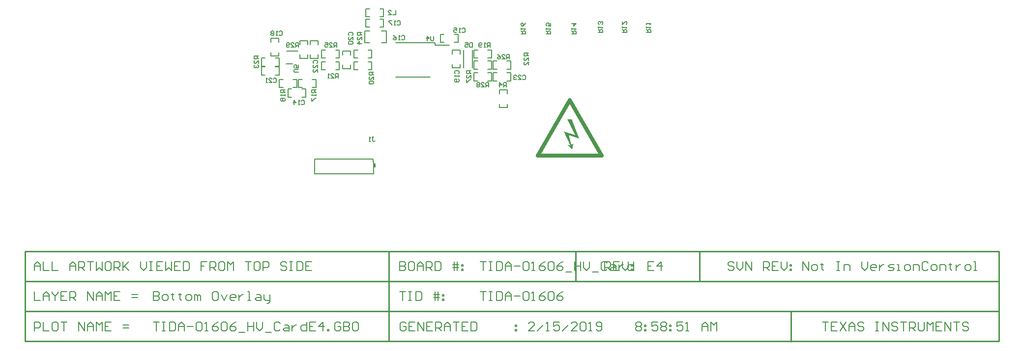
<source format=gbo>
G04*
G04 #@! TF.GenerationSoftware,Altium Limited,Altium Designer,18.1.9 (240)*
G04*
G04 Layer_Color=9218505*
%FSAX25Y25*%
%MOIN*%
G70*
G01*
G75*
%ADD10C,0.00800*%
%ADD11C,0.00787*%
%ADD15C,0.00700*%
%ADD21C,0.01000*%
%ADD78C,0.02500*%
%ADD79C,0.00669*%
%ADD80R,0.01654X0.02953*%
G36*
X0410500Y0190500D02*
X0407500D01*
X0413100Y0179900D01*
X0405400Y0182200D01*
X0409600Y0172900D01*
X0407900Y0173200D01*
X0410900Y0169800D01*
X0411500Y0173900D01*
X0410300Y0173100D01*
X0408500Y0179800D01*
X0415800Y0177400D01*
X0410500Y0190500D01*
D02*
G37*
G54D10*
X0126900Y0073549D02*
Y0067551D01*
X0129899D01*
X0130899Y0068550D01*
Y0069550D01*
X0129899Y0070550D01*
X0126900D01*
X0129899D01*
X0130899Y0071549D01*
Y0072549D01*
X0129899Y0073549D01*
X0126900D01*
X0133898Y0067551D02*
X0135897D01*
X0136897Y0068550D01*
Y0070550D01*
X0135897Y0071549D01*
X0133898D01*
X0132898Y0070550D01*
Y0068550D01*
X0133898Y0067551D01*
X0139896Y0072549D02*
Y0071549D01*
X0138896D01*
X0140895D01*
X0139896D01*
Y0068550D01*
X0140895Y0067551D01*
X0144894Y0072549D02*
Y0071549D01*
X0143895D01*
X0145894D01*
X0144894D01*
Y0068550D01*
X0145894Y0067551D01*
X0149893D02*
X0151892D01*
X0152892Y0068550D01*
Y0070550D01*
X0151892Y0071549D01*
X0149893D01*
X0148893Y0070550D01*
Y0068550D01*
X0149893Y0067551D01*
X0154891D02*
Y0071549D01*
X0155891D01*
X0156890Y0070550D01*
Y0067551D01*
Y0070550D01*
X0157890Y0071549D01*
X0158890Y0070550D01*
Y0067551D01*
X0169886Y0073549D02*
X0167887D01*
X0166887Y0072549D01*
Y0068550D01*
X0167887Y0067551D01*
X0169886D01*
X0170886Y0068550D01*
Y0072549D01*
X0169886Y0073549D01*
X0172885Y0071549D02*
X0174884Y0067551D01*
X0176884Y0071549D01*
X0181882Y0067551D02*
X0179883D01*
X0178883Y0068550D01*
Y0070550D01*
X0179883Y0071549D01*
X0181882D01*
X0182882Y0070550D01*
Y0069550D01*
X0178883D01*
X0184881Y0071549D02*
Y0067551D01*
Y0069550D01*
X0185881Y0070550D01*
X0186881Y0071549D01*
X0187880D01*
X0190879Y0067551D02*
X0192879D01*
X0191879D01*
Y0073549D01*
X0190879D01*
X0196877Y0071549D02*
X0198877D01*
X0199876Y0070550D01*
Y0067551D01*
X0196877D01*
X0195878Y0068550D01*
X0196877Y0069550D01*
X0199876D01*
X0201876Y0071549D02*
Y0068550D01*
X0202875Y0067551D01*
X0205874D01*
Y0066551D01*
X0204875Y0065551D01*
X0203875D01*
X0205874Y0067551D02*
Y0071549D01*
X0348550Y0073498D02*
X0352549D01*
X0350549D01*
Y0067500D01*
X0354548Y0073498D02*
X0356547D01*
X0355548D01*
Y0067500D01*
X0354548D01*
X0356547D01*
X0359546Y0073498D02*
Y0067500D01*
X0362545D01*
X0363545Y0068500D01*
Y0072498D01*
X0362545Y0073498D01*
X0359546D01*
X0365545Y0067500D02*
Y0071499D01*
X0367544Y0073498D01*
X0369543Y0071499D01*
Y0067500D01*
Y0070499D01*
X0365545D01*
X0371543D02*
X0375541D01*
X0377541Y0072498D02*
X0378540Y0073498D01*
X0380540D01*
X0381539Y0072498D01*
Y0068500D01*
X0380540Y0067500D01*
X0378540D01*
X0377541Y0068500D01*
Y0072498D01*
X0383539Y0067500D02*
X0385538D01*
X0384538D01*
Y0073498D01*
X0383539Y0072498D01*
X0392536Y0073498D02*
X0390536Y0072498D01*
X0388537Y0070499D01*
Y0068500D01*
X0389537Y0067500D01*
X0391536D01*
X0392536Y0068500D01*
Y0069499D01*
X0391536Y0070499D01*
X0388537D01*
X0394535Y0072498D02*
X0395535Y0073498D01*
X0397534D01*
X0398534Y0072498D01*
Y0068500D01*
X0397534Y0067500D01*
X0395535D01*
X0394535Y0068500D01*
Y0072498D01*
X0404532Y0073498D02*
X0402532Y0072498D01*
X0400533Y0070499D01*
Y0068500D01*
X0401533Y0067500D01*
X0403532D01*
X0404532Y0068500D01*
Y0069499D01*
X0403532Y0070499D01*
X0400533D01*
X0294000Y0073498D02*
X0297999D01*
X0295999D01*
Y0067500D01*
X0299998Y0073498D02*
X0301997D01*
X0300998D01*
Y0067500D01*
X0299998D01*
X0301997D01*
X0304996Y0073498D02*
Y0067500D01*
X0307996D01*
X0308995Y0068500D01*
Y0072498D01*
X0307996Y0073498D01*
X0304996D01*
X0317992Y0067500D02*
Y0073498D01*
X0319992D02*
Y0067500D01*
X0316993Y0071499D02*
X0319992D01*
X0320991D01*
X0316993Y0069499D02*
X0320991D01*
X0322991Y0071499D02*
X0323990D01*
Y0070499D01*
X0322991D01*
Y0071499D01*
Y0068500D02*
X0323990D01*
Y0067500D01*
X0322991D01*
Y0068500D01*
X0580500Y0052965D02*
X0584499D01*
X0582499D01*
Y0046966D01*
X0590497Y0052965D02*
X0586498D01*
Y0046966D01*
X0590497D01*
X0586498Y0049966D02*
X0588497D01*
X0592496Y0052965D02*
X0596495Y0046966D01*
Y0052965D02*
X0592496Y0046966D01*
X0598494D02*
Y0050965D01*
X0600493Y0052965D01*
X0602493Y0050965D01*
Y0046966D01*
Y0049966D01*
X0598494D01*
X0608491Y0051965D02*
X0607491Y0052965D01*
X0605492D01*
X0604492Y0051965D01*
Y0050965D01*
X0605492Y0049966D01*
X0607491D01*
X0608491Y0048966D01*
Y0047966D01*
X0607491Y0046966D01*
X0605492D01*
X0604492Y0047966D01*
X0616488Y0052965D02*
X0618488D01*
X0617488D01*
Y0046966D01*
X0616488D01*
X0618488D01*
X0621487D02*
Y0052965D01*
X0625486Y0046966D01*
Y0052965D01*
X0631484Y0051965D02*
X0630484Y0052965D01*
X0628484D01*
X0627485Y0051965D01*
Y0050965D01*
X0628484Y0049966D01*
X0630484D01*
X0631484Y0048966D01*
Y0047966D01*
X0630484Y0046966D01*
X0628484D01*
X0627485Y0047966D01*
X0633483Y0052965D02*
X0637482D01*
X0635482D01*
Y0046966D01*
X0639481D02*
Y0052965D01*
X0642480D01*
X0643480Y0051965D01*
Y0049966D01*
X0642480Y0048966D01*
X0639481D01*
X0641480D02*
X0643480Y0046966D01*
X0645479Y0052965D02*
Y0047966D01*
X0646479Y0046966D01*
X0648478D01*
X0649478Y0047966D01*
Y0052965D01*
X0651477Y0046966D02*
Y0052965D01*
X0653476Y0050965D01*
X0655476Y0052965D01*
Y0046966D01*
X0661474Y0052965D02*
X0657475D01*
Y0046966D01*
X0661474D01*
X0657475Y0049966D02*
X0659474D01*
X0663473Y0046966D02*
Y0052965D01*
X0667472Y0046966D01*
Y0052965D01*
X0669471D02*
X0673470D01*
X0671471D01*
Y0046966D01*
X0679468Y0051965D02*
X0678468Y0052965D01*
X0676469D01*
X0675469Y0051965D01*
Y0050965D01*
X0676469Y0049966D01*
X0678468D01*
X0679468Y0048966D01*
Y0047966D01*
X0678468Y0046966D01*
X0676469D01*
X0675469Y0047966D01*
X0454050Y0051965D02*
X0455050Y0052965D01*
X0457049D01*
X0458049Y0051965D01*
Y0050965D01*
X0457049Y0049966D01*
X0458049Y0048966D01*
Y0047966D01*
X0457049Y0046966D01*
X0455050D01*
X0454050Y0047966D01*
Y0048966D01*
X0455050Y0049966D01*
X0454050Y0050965D01*
Y0051965D01*
X0455050Y0049966D02*
X0457049D01*
X0460048Y0050965D02*
X0461048D01*
Y0049966D01*
X0460048D01*
Y0050965D01*
Y0047966D02*
X0461048D01*
Y0046966D01*
X0460048D01*
Y0047966D01*
X0469045Y0052965D02*
X0465046D01*
Y0049966D01*
X0467046Y0050965D01*
X0468046D01*
X0469045Y0049966D01*
Y0047966D01*
X0468046Y0046966D01*
X0466046D01*
X0465046Y0047966D01*
X0471044Y0051965D02*
X0472044Y0052965D01*
X0474044D01*
X0475043Y0051965D01*
Y0050965D01*
X0474044Y0049966D01*
X0475043Y0048966D01*
Y0047966D01*
X0474044Y0046966D01*
X0472044D01*
X0471044Y0047966D01*
Y0048966D01*
X0472044Y0049966D01*
X0471044Y0050965D01*
Y0051965D01*
X0472044Y0049966D02*
X0474044D01*
X0477043Y0050965D02*
X0478042D01*
Y0049966D01*
X0477043D01*
Y0050965D01*
Y0047966D02*
X0478042D01*
Y0046966D01*
X0477043D01*
Y0047966D01*
X0486040Y0052965D02*
X0482041D01*
Y0049966D01*
X0484040Y0050965D01*
X0485040D01*
X0486040Y0049966D01*
Y0047966D01*
X0485040Y0046966D01*
X0483041D01*
X0482041Y0047966D01*
X0488039Y0046966D02*
X0490038D01*
X0489039D01*
Y0052965D01*
X0488039Y0051965D01*
X0499035Y0046966D02*
Y0050965D01*
X0501035Y0052965D01*
X0503034Y0050965D01*
Y0046966D01*
Y0049966D01*
X0499035D01*
X0505033Y0046966D02*
Y0052965D01*
X0507033Y0050965D01*
X0509032Y0052965D01*
Y0046966D01*
X0046350D02*
Y0052965D01*
X0049349D01*
X0050349Y0051965D01*
Y0049966D01*
X0049349Y0048966D01*
X0046350D01*
X0052348Y0052965D02*
Y0046966D01*
X0056347D01*
X0061345Y0052965D02*
X0059346D01*
X0058346Y0051965D01*
Y0047966D01*
X0059346Y0046966D01*
X0061345D01*
X0062345Y0047966D01*
Y0051965D01*
X0061345Y0052965D01*
X0064344D02*
X0068343D01*
X0066343D01*
Y0046966D01*
X0076340D02*
Y0052965D01*
X0080339Y0046966D01*
Y0052965D01*
X0082338Y0046966D02*
Y0050965D01*
X0084338Y0052965D01*
X0086337Y0050965D01*
Y0046966D01*
Y0049966D01*
X0082338D01*
X0088336Y0046966D02*
Y0052965D01*
X0090336Y0050965D01*
X0092335Y0052965D01*
Y0046966D01*
X0098333Y0052965D02*
X0094335D01*
Y0046966D01*
X0098333D01*
X0094335Y0049966D02*
X0096334D01*
X0106331Y0048966D02*
X0110329D01*
X0106331Y0050965D02*
X0110329D01*
X0046350Y0073549D02*
Y0067551D01*
X0050349D01*
X0052348D02*
Y0071549D01*
X0054347Y0073549D01*
X0056347Y0071549D01*
Y0067551D01*
Y0070550D01*
X0052348D01*
X0058346Y0073549D02*
Y0072549D01*
X0060346Y0070550D01*
X0062345Y0072549D01*
Y0073549D01*
X0060346Y0070550D02*
Y0067551D01*
X0068343Y0073549D02*
X0064344D01*
Y0067551D01*
X0068343D01*
X0064344Y0070550D02*
X0066343D01*
X0070342Y0067551D02*
Y0073549D01*
X0073341D01*
X0074341Y0072549D01*
Y0070550D01*
X0073341Y0069550D01*
X0070342D01*
X0072342D02*
X0074341Y0067551D01*
X0082338D02*
Y0073549D01*
X0086337Y0067551D01*
Y0073549D01*
X0088336Y0067551D02*
Y0071549D01*
X0090336Y0073549D01*
X0092335Y0071549D01*
Y0067551D01*
Y0070550D01*
X0088336D01*
X0094335Y0067551D02*
Y0073549D01*
X0096334Y0071549D01*
X0098333Y0073549D01*
Y0067551D01*
X0104331Y0073549D02*
X0100332D01*
Y0067551D01*
X0104331D01*
X0100332Y0070550D02*
X0102332D01*
X0112329Y0069550D02*
X0116327D01*
X0112329Y0071549D02*
X0116327D01*
X0294000Y0093831D02*
Y0087833D01*
X0296999D01*
X0297999Y0088833D01*
Y0089833D01*
X0296999Y0090832D01*
X0294000D01*
X0296999D01*
X0297999Y0091832D01*
Y0092832D01*
X0296999Y0093831D01*
X0294000D01*
X0302997D02*
X0300998D01*
X0299998Y0092832D01*
Y0088833D01*
X0300998Y0087833D01*
X0302997D01*
X0303997Y0088833D01*
Y0092832D01*
X0302997Y0093831D01*
X0305996Y0087833D02*
Y0091832D01*
X0307996Y0093831D01*
X0309995Y0091832D01*
Y0087833D01*
Y0090832D01*
X0305996D01*
X0311994Y0087833D02*
Y0093831D01*
X0314993D01*
X0315993Y0092832D01*
Y0090832D01*
X0314993Y0089833D01*
X0311994D01*
X0313994D02*
X0315993Y0087833D01*
X0317992Y0093831D02*
Y0087833D01*
X0320991D01*
X0321991Y0088833D01*
Y0092832D01*
X0320991Y0093831D01*
X0317992D01*
X0330988Y0087833D02*
Y0093831D01*
X0332987D02*
Y0087833D01*
X0329988Y0091832D02*
X0332987D01*
X0333987D01*
X0329988Y0089833D02*
X0333987D01*
X0335986Y0091832D02*
X0336986D01*
Y0090832D01*
X0335986D01*
Y0091832D01*
Y0088833D02*
X0336986D01*
Y0087833D01*
X0335986D01*
Y0088833D01*
X0348550Y0093831D02*
X0352549D01*
X0350549D01*
Y0087833D01*
X0354548Y0093831D02*
X0356547D01*
X0355548D01*
Y0087833D01*
X0354548D01*
X0356547D01*
X0359546Y0093831D02*
Y0087833D01*
X0362545D01*
X0363545Y0088833D01*
Y0092832D01*
X0362545Y0093831D01*
X0359546D01*
X0365545Y0087833D02*
Y0091832D01*
X0367544Y0093831D01*
X0369543Y0091832D01*
Y0087833D01*
Y0090832D01*
X0365545D01*
X0371543D02*
X0375541D01*
X0377541Y0092832D02*
X0378540Y0093831D01*
X0380540D01*
X0381539Y0092832D01*
Y0088833D01*
X0380540Y0087833D01*
X0378540D01*
X0377541Y0088833D01*
Y0092832D01*
X0383539Y0087833D02*
X0385538D01*
X0384538D01*
Y0093831D01*
X0383539Y0092832D01*
X0392536Y0093831D02*
X0390536Y0092832D01*
X0388537Y0090832D01*
Y0088833D01*
X0389537Y0087833D01*
X0391536D01*
X0392536Y0088833D01*
Y0089833D01*
X0391536Y0090832D01*
X0388537D01*
X0394535Y0092832D02*
X0395535Y0093831D01*
X0397534D01*
X0398534Y0092832D01*
Y0088833D01*
X0397534Y0087833D01*
X0395535D01*
X0394535Y0088833D01*
Y0092832D01*
X0404532Y0093831D02*
X0402532Y0092832D01*
X0400533Y0090832D01*
Y0088833D01*
X0401533Y0087833D01*
X0403532D01*
X0404532Y0088833D01*
Y0089833D01*
X0403532Y0090832D01*
X0400533D01*
X0406531Y0086834D02*
X0410530D01*
X0412529Y0093831D02*
Y0087833D01*
Y0090832D01*
X0416528D01*
Y0093831D01*
Y0087833D01*
X0418527Y0093831D02*
Y0089833D01*
X0420527Y0087833D01*
X0422526Y0089833D01*
Y0093831D01*
X0424525Y0086834D02*
X0428524D01*
X0434522Y0092832D02*
X0433523Y0093831D01*
X0431523D01*
X0430523Y0092832D01*
Y0088833D01*
X0431523Y0087833D01*
X0433523D01*
X0434522Y0088833D01*
X0437521Y0091832D02*
X0439521D01*
X0440520Y0090832D01*
Y0087833D01*
X0437521D01*
X0436521Y0088833D01*
X0437521Y0089833D01*
X0440520D01*
X0442520Y0091832D02*
Y0087833D01*
Y0089833D01*
X0443519Y0090832D01*
X0444519Y0091832D01*
X0445519D01*
X0452516Y0093831D02*
Y0087833D01*
X0449517D01*
X0448518Y0088833D01*
Y0090832D01*
X0449517Y0091832D01*
X0452516D01*
X0466149Y0093831D02*
X0462150D01*
Y0087833D01*
X0466149D01*
X0462150Y0090832D02*
X0464149D01*
X0471147Y0087833D02*
Y0093831D01*
X0468148Y0090832D01*
X0472147D01*
X0046350Y0087833D02*
Y0091832D01*
X0048349Y0093831D01*
X0050349Y0091832D01*
Y0087833D01*
Y0090832D01*
X0046350D01*
X0052348Y0093831D02*
Y0087833D01*
X0056347D01*
X0058346Y0093831D02*
Y0087833D01*
X0062345D01*
X0070342D02*
Y0091832D01*
X0072342Y0093831D01*
X0074341Y0091832D01*
Y0087833D01*
Y0090832D01*
X0070342D01*
X0076340Y0087833D02*
Y0093831D01*
X0079339D01*
X0080339Y0092832D01*
Y0090832D01*
X0079339Y0089833D01*
X0076340D01*
X0078340D02*
X0080339Y0087833D01*
X0082338Y0093831D02*
X0086337D01*
X0084338D01*
Y0087833D01*
X0088336Y0093831D02*
Y0087833D01*
X0090336Y0089833D01*
X0092335Y0087833D01*
Y0093831D01*
X0097334D02*
X0095334D01*
X0094335Y0092832D01*
Y0088833D01*
X0095334Y0087833D01*
X0097334D01*
X0098333Y0088833D01*
Y0092832D01*
X0097334Y0093831D01*
X0100332Y0087833D02*
Y0093831D01*
X0103332D01*
X0104331Y0092832D01*
Y0090832D01*
X0103332Y0089833D01*
X0100332D01*
X0102332D02*
X0104331Y0087833D01*
X0106331Y0093831D02*
Y0087833D01*
Y0089833D01*
X0110329Y0093831D01*
X0107330Y0090832D01*
X0110329Y0087833D01*
X0118327Y0093831D02*
Y0089833D01*
X0120326Y0087833D01*
X0122325Y0089833D01*
Y0093831D01*
X0124325D02*
X0126324D01*
X0125324D01*
Y0087833D01*
X0124325D01*
X0126324D01*
X0133322Y0093831D02*
X0129323D01*
Y0087833D01*
X0133322D01*
X0129323Y0090832D02*
X0131323D01*
X0135321Y0093831D02*
Y0087833D01*
X0137321Y0089833D01*
X0139320Y0087833D01*
Y0093831D01*
X0145318D02*
X0141319D01*
Y0087833D01*
X0145318D01*
X0141319Y0090832D02*
X0143319D01*
X0147317Y0093831D02*
Y0087833D01*
X0150316D01*
X0151316Y0088833D01*
Y0092832D01*
X0150316Y0093831D01*
X0147317D01*
X0163312D02*
X0159313D01*
Y0090832D01*
X0161313D01*
X0159313D01*
Y0087833D01*
X0165312D02*
Y0093831D01*
X0168310D01*
X0169310Y0092832D01*
Y0090832D01*
X0168310Y0089833D01*
X0165312D01*
X0167311D02*
X0169310Y0087833D01*
X0174309Y0093831D02*
X0172309D01*
X0171310Y0092832D01*
Y0088833D01*
X0172309Y0087833D01*
X0174309D01*
X0175308Y0088833D01*
Y0092832D01*
X0174309Y0093831D01*
X0177308Y0087833D02*
Y0093831D01*
X0179307Y0091832D01*
X0181306Y0093831D01*
Y0087833D01*
X0189304Y0093831D02*
X0193303D01*
X0191303D01*
Y0087833D01*
X0198301Y0093831D02*
X0196301D01*
X0195302Y0092832D01*
Y0088833D01*
X0196301Y0087833D01*
X0198301D01*
X0199301Y0088833D01*
Y0092832D01*
X0198301Y0093831D01*
X0201300Y0087833D02*
Y0093831D01*
X0204299D01*
X0205299Y0092832D01*
Y0090832D01*
X0204299Y0089833D01*
X0201300D01*
X0217295Y0092832D02*
X0216295Y0093831D01*
X0214296D01*
X0213296Y0092832D01*
Y0091832D01*
X0214296Y0090832D01*
X0216295D01*
X0217295Y0089833D01*
Y0088833D01*
X0216295Y0087833D01*
X0214296D01*
X0213296Y0088833D01*
X0219294Y0093831D02*
X0221293D01*
X0220294D01*
Y0087833D01*
X0219294D01*
X0221293D01*
X0224292Y0093831D02*
Y0087833D01*
X0227291D01*
X0228291Y0088833D01*
Y0092832D01*
X0227291Y0093831D01*
X0224292D01*
X0234289D02*
X0230291D01*
Y0087833D01*
X0234289D01*
X0230291Y0090832D02*
X0232290D01*
X0298199Y0051965D02*
X0297199Y0052965D01*
X0295200D01*
X0294200Y0051965D01*
Y0047966D01*
X0295200Y0046966D01*
X0297199D01*
X0298199Y0047966D01*
Y0049966D01*
X0296199D01*
X0304197Y0052965D02*
X0300198D01*
Y0046966D01*
X0304197D01*
X0300198Y0049966D02*
X0302197D01*
X0306196Y0046966D02*
Y0052965D01*
X0310195Y0046966D01*
Y0052965D01*
X0316193D02*
X0312194D01*
Y0046966D01*
X0316193D01*
X0312194Y0049966D02*
X0314194D01*
X0318192Y0046966D02*
Y0052965D01*
X0321191D01*
X0322191Y0051965D01*
Y0049966D01*
X0321191Y0048966D01*
X0318192D01*
X0320192D02*
X0322191Y0046966D01*
X0324190D02*
Y0050965D01*
X0326190Y0052965D01*
X0328189Y0050965D01*
Y0046966D01*
Y0049966D01*
X0324190D01*
X0330188Y0052965D02*
X0334187D01*
X0332188D01*
Y0046966D01*
X0340185Y0052965D02*
X0336186D01*
Y0046966D01*
X0340185D01*
X0336186Y0049966D02*
X0338186D01*
X0342184Y0052965D02*
Y0046966D01*
X0345183D01*
X0346183Y0047966D01*
Y0051965D01*
X0345183Y0052965D01*
X0342184D01*
X0372175Y0050965D02*
X0373175D01*
Y0049966D01*
X0372175D01*
Y0050965D01*
Y0047966D02*
X0373175D01*
Y0046966D01*
X0372175D01*
Y0047966D01*
X0385149Y0046966D02*
X0381150D01*
X0385149Y0050965D01*
Y0051965D01*
X0384149Y0052965D01*
X0382150D01*
X0381150Y0051965D01*
X0387148Y0046966D02*
X0391147Y0050965D01*
X0393146Y0046966D02*
X0395146D01*
X0394146D01*
Y0052965D01*
X0393146Y0051965D01*
X0402143Y0052965D02*
X0398145D01*
Y0049966D01*
X0400144Y0050965D01*
X0401144D01*
X0402143Y0049966D01*
Y0047966D01*
X0401144Y0046966D01*
X0399144D01*
X0398145Y0047966D01*
X0404143Y0046966D02*
X0408141Y0050965D01*
X0414139Y0046966D02*
X0410141D01*
X0414139Y0050965D01*
Y0051965D01*
X0413140Y0052965D01*
X0411140D01*
X0410141Y0051965D01*
X0416139D02*
X0417138Y0052965D01*
X0419138D01*
X0420137Y0051965D01*
Y0047966D01*
X0419138Y0046966D01*
X0417138D01*
X0416139Y0047966D01*
Y0051965D01*
X0422137Y0046966D02*
X0424136D01*
X0423136D01*
Y0052965D01*
X0422137Y0051965D01*
X0427135Y0047966D02*
X0428135Y0046966D01*
X0430134D01*
X0431134Y0047966D01*
Y0051965D01*
X0430134Y0052965D01*
X0428135D01*
X0427135Y0051965D01*
Y0050965D01*
X0428135Y0049966D01*
X0431134D01*
X0126900Y0052965D02*
X0130899D01*
X0128899D01*
Y0046966D01*
X0132898Y0052965D02*
X0134897D01*
X0133898D01*
Y0046966D01*
X0132898D01*
X0134897D01*
X0137896Y0052965D02*
Y0046966D01*
X0140895D01*
X0141895Y0047966D01*
Y0051965D01*
X0140895Y0052965D01*
X0137896D01*
X0143895Y0046966D02*
Y0050965D01*
X0145894Y0052965D01*
X0147893Y0050965D01*
Y0046966D01*
Y0049966D01*
X0143895D01*
X0149893D02*
X0153891D01*
X0155891Y0051965D02*
X0156890Y0052965D01*
X0158890D01*
X0159889Y0051965D01*
Y0047966D01*
X0158890Y0046966D01*
X0156890D01*
X0155891Y0047966D01*
Y0051965D01*
X0161889Y0046966D02*
X0163888D01*
X0162888D01*
Y0052965D01*
X0161889Y0051965D01*
X0170886Y0052965D02*
X0168886Y0051965D01*
X0166887Y0049966D01*
Y0047966D01*
X0167887Y0046966D01*
X0169886D01*
X0170886Y0047966D01*
Y0048966D01*
X0169886Y0049966D01*
X0166887D01*
X0172885Y0051965D02*
X0173885Y0052965D01*
X0175884D01*
X0176884Y0051965D01*
Y0047966D01*
X0175884Y0046966D01*
X0173885D01*
X0172885Y0047966D01*
Y0051965D01*
X0182882Y0052965D02*
X0180883Y0051965D01*
X0178883Y0049966D01*
Y0047966D01*
X0179883Y0046966D01*
X0181882D01*
X0182882Y0047966D01*
Y0048966D01*
X0181882Y0049966D01*
X0178883D01*
X0184881Y0045967D02*
X0188880D01*
X0190879Y0052965D02*
Y0046966D01*
Y0049966D01*
X0194878D01*
Y0052965D01*
Y0046966D01*
X0196877Y0052965D02*
Y0048966D01*
X0198877Y0046966D01*
X0200876Y0048966D01*
Y0052965D01*
X0202875Y0045967D02*
X0206874D01*
X0212872Y0051965D02*
X0211873Y0052965D01*
X0209873D01*
X0208874Y0051965D01*
Y0047966D01*
X0209873Y0046966D01*
X0211873D01*
X0212872Y0047966D01*
X0215871Y0050965D02*
X0217871D01*
X0218870Y0049966D01*
Y0046966D01*
X0215871D01*
X0214872Y0047966D01*
X0215871Y0048966D01*
X0218870D01*
X0220870Y0050965D02*
Y0046966D01*
Y0048966D01*
X0221869Y0049966D01*
X0222869Y0050965D01*
X0223869D01*
X0230866Y0052965D02*
Y0046966D01*
X0227867D01*
X0226868Y0047966D01*
Y0049966D01*
X0227867Y0050965D01*
X0230866D01*
X0236864Y0052965D02*
X0232866D01*
Y0046966D01*
X0236864D01*
X0232866Y0049966D02*
X0234865D01*
X0241863Y0046966D02*
Y0052965D01*
X0238864Y0049966D01*
X0242863D01*
X0244862Y0046966D02*
Y0047966D01*
X0245862D01*
Y0046966D01*
X0244862D01*
X0253859Y0051965D02*
X0252859Y0052965D01*
X0250860D01*
X0249860Y0051965D01*
Y0047966D01*
X0250860Y0046966D01*
X0252859D01*
X0253859Y0047966D01*
Y0049966D01*
X0251860D01*
X0255858Y0052965D02*
Y0046966D01*
X0258857D01*
X0259857Y0047966D01*
Y0048966D01*
X0258857Y0049966D01*
X0255858D01*
X0258857D01*
X0259857Y0050965D01*
Y0051965D01*
X0258857Y0052965D01*
X0255858D01*
X0264855D02*
X0262856D01*
X0261856Y0051965D01*
Y0047966D01*
X0262856Y0046966D01*
X0264855D01*
X0265855Y0047966D01*
Y0051965D01*
X0264855Y0052965D01*
X0433000Y0087833D02*
Y0093831D01*
X0435999D01*
X0436999Y0092832D01*
Y0090832D01*
X0435999Y0089833D01*
X0433000D01*
X0434999D02*
X0436999Y0087833D01*
X0442997Y0093831D02*
X0438998D01*
Y0087833D01*
X0442997D01*
X0438998Y0090832D02*
X0440997D01*
X0444996Y0093831D02*
Y0089833D01*
X0446995Y0087833D01*
X0448995Y0089833D01*
Y0093831D01*
X0450994Y0091832D02*
X0451994D01*
Y0090832D01*
X0450994D01*
Y0091832D01*
Y0088833D02*
X0451994D01*
Y0087833D01*
X0450994D01*
Y0088833D01*
X0520799Y0092832D02*
X0519799Y0093831D01*
X0517800D01*
X0516800Y0092832D01*
Y0091832D01*
X0517800Y0090832D01*
X0519799D01*
X0520799Y0089833D01*
Y0088833D01*
X0519799Y0087833D01*
X0517800D01*
X0516800Y0088833D01*
X0522798Y0093831D02*
Y0089833D01*
X0524797Y0087833D01*
X0526797Y0089833D01*
Y0093831D01*
X0528796Y0087833D02*
Y0093831D01*
X0532795Y0087833D01*
Y0093831D01*
X0540792Y0087833D02*
Y0093831D01*
X0543791D01*
X0544791Y0092832D01*
Y0090832D01*
X0543791Y0089833D01*
X0540792D01*
X0542792D02*
X0544791Y0087833D01*
X0550789Y0093831D02*
X0546790D01*
Y0087833D01*
X0550789D01*
X0546790Y0090832D02*
X0548790D01*
X0552788Y0093831D02*
Y0089833D01*
X0554788Y0087833D01*
X0556787Y0089833D01*
Y0093831D01*
X0558786Y0091832D02*
X0559786D01*
Y0090832D01*
X0558786D01*
Y0091832D01*
Y0088833D02*
X0559786D01*
Y0087833D01*
X0558786D01*
Y0088833D01*
X0567400Y0087833D02*
Y0093831D01*
X0571399Y0087833D01*
Y0093831D01*
X0574398Y0087833D02*
X0576397D01*
X0577397Y0088833D01*
Y0090832D01*
X0576397Y0091832D01*
X0574398D01*
X0573398Y0090832D01*
Y0088833D01*
X0574398Y0087833D01*
X0580396Y0092832D02*
Y0091832D01*
X0579396D01*
X0581395D01*
X0580396D01*
Y0088833D01*
X0581395Y0087833D01*
X0590393Y0093831D02*
X0592392D01*
X0591392D01*
Y0087833D01*
X0590393D01*
X0592392D01*
X0595391D02*
Y0091832D01*
X0598390D01*
X0599390Y0090832D01*
Y0087833D01*
X0607387Y0093831D02*
Y0089833D01*
X0609386Y0087833D01*
X0611386Y0089833D01*
Y0093831D01*
X0616384Y0087833D02*
X0614385D01*
X0613385Y0088833D01*
Y0090832D01*
X0614385Y0091832D01*
X0616384D01*
X0617384Y0090832D01*
Y0089833D01*
X0613385D01*
X0619383Y0091832D02*
Y0087833D01*
Y0089833D01*
X0620383Y0090832D01*
X0621383Y0091832D01*
X0622382D01*
X0625381Y0087833D02*
X0628380D01*
X0629380Y0088833D01*
X0628380Y0089833D01*
X0626381D01*
X0625381Y0090832D01*
X0626381Y0091832D01*
X0629380D01*
X0631379Y0087833D02*
X0633379D01*
X0632379D01*
Y0091832D01*
X0631379D01*
X0637377Y0087833D02*
X0639377D01*
X0640376Y0088833D01*
Y0090832D01*
X0639377Y0091832D01*
X0637377D01*
X0636378Y0090832D01*
Y0088833D01*
X0637377Y0087833D01*
X0642376D02*
Y0091832D01*
X0645375D01*
X0646374Y0090832D01*
Y0087833D01*
X0652373Y0092832D02*
X0651373Y0093831D01*
X0649373D01*
X0648374Y0092832D01*
Y0088833D01*
X0649373Y0087833D01*
X0651373D01*
X0652373Y0088833D01*
X0655372Y0087833D02*
X0657371D01*
X0658371Y0088833D01*
Y0090832D01*
X0657371Y0091832D01*
X0655372D01*
X0654372Y0090832D01*
Y0088833D01*
X0655372Y0087833D01*
X0660370D02*
Y0091832D01*
X0663369D01*
X0664369Y0090832D01*
Y0087833D01*
X0667368Y0092832D02*
Y0091832D01*
X0666368D01*
X0668367D01*
X0667368D01*
Y0088833D01*
X0668367Y0087833D01*
X0671366Y0091832D02*
Y0087833D01*
Y0089833D01*
X0672366Y0090832D01*
X0673366Y0091832D01*
X0674365D01*
X0678364Y0087833D02*
X0680364D01*
X0681363Y0088833D01*
Y0090832D01*
X0680364Y0091832D01*
X0678364D01*
X0677364Y0090832D01*
Y0088833D01*
X0678364Y0087833D01*
X0683362D02*
X0685362D01*
X0684362D01*
Y0093831D01*
X0683362D01*
G54D11*
X0236456Y0163495D02*
X0275944D01*
X0236456Y0161526D02*
Y0163495D01*
X0236200Y0161526D02*
X0236456D01*
X0236200Y0153495D02*
Y0161526D01*
Y0153495D02*
X0276200D01*
Y0161526D01*
X0275944D02*
X0276200D01*
X0275944D02*
Y0163495D01*
X0217428Y0236731D02*
X0225007D01*
X0217035Y0228365D02*
X0221365D01*
G54D15*
X0200202Y0232127D02*
X0202800D01*
X0200202Y0226680D02*
Y0232127D01*
Y0226680D02*
X0202800D01*
X0209600D02*
X0212198D01*
Y0232127D01*
X0209600D02*
X0212198D01*
X0343250Y0225396D02*
Y0231794D01*
X0337150D02*
Y0237404D01*
Y0225396D02*
Y0231794D01*
X0343250D02*
Y0237404D01*
X0271072Y0265682D02*
X0273670D01*
X0271072Y0260235D02*
Y0265682D01*
Y0260235D02*
X0273670D01*
X0280470D02*
X0283068D01*
Y0265682D01*
X0280470D02*
X0283068D01*
X0218202Y0211127D02*
X0220800D01*
X0218202Y0205680D02*
Y0211127D01*
Y0205680D02*
X0220800D01*
X0227600D02*
X0230198D01*
Y0211127D01*
X0227600D02*
X0230198D01*
X0321527Y0248282D02*
X0324125D01*
X0321527Y0242835D02*
Y0248282D01*
Y0242835D02*
X0324125D01*
X0330925D02*
X0333523D01*
Y0248282D01*
X0330925D02*
X0333523D01*
X0270270Y0250700D02*
X0273670D01*
X0270270Y0246700D02*
Y0250700D01*
Y0242700D02*
Y0246700D01*
Y0242700D02*
X0273670D01*
X0281670D02*
X0285070D01*
Y0246700D01*
Y0250700D01*
X0281670D02*
X0285070D01*
X0280470Y0253228D02*
X0283068D01*
Y0258675D01*
X0280470D02*
X0283068D01*
X0271072D02*
X0273670D01*
X0271072Y0253228D02*
Y0258675D01*
Y0253228D02*
X0273670D01*
X0211927Y0242800D02*
Y0245398D01*
X0206480D02*
X0211927D01*
X0206480Y0242800D02*
Y0245398D01*
Y0233402D02*
Y0236000D01*
Y0233402D02*
X0211927D01*
Y0236000D01*
X0329473Y0225402D02*
Y0228000D01*
Y0225402D02*
X0334920D01*
Y0228000D01*
Y0234800D02*
Y0237398D01*
X0329473D02*
X0334920D01*
X0329473Y0234800D02*
Y0237398D01*
X0260797Y0234355D02*
Y0236953D01*
X0255350D02*
X0260797D01*
X0255350Y0234355D02*
Y0236953D01*
Y0224957D02*
Y0227555D01*
Y0224957D02*
X0260797D01*
Y0227555D01*
X0209600Y0220673D02*
X0212198D01*
Y0226120D01*
X0209600D02*
X0212198D01*
X0200202D02*
X0202800D01*
X0200202Y0220673D02*
Y0226120D01*
Y0220673D02*
X0202800D01*
X0238797Y0241355D02*
Y0243953D01*
X0233350D02*
X0238797D01*
X0233350Y0241355D02*
Y0243953D01*
Y0231957D02*
Y0234555D01*
Y0231957D02*
X0238797D01*
Y0234555D01*
X0357204Y0222123D02*
X0359802D01*
X0357204Y0216677D02*
Y0222123D01*
Y0216677D02*
X0359802D01*
X0366602D02*
X0369200D01*
Y0222123D01*
X0366602D02*
X0369200D01*
X0225221Y0217682D02*
X0227820D01*
X0225221Y0212235D02*
Y0217682D01*
Y0212235D02*
X0227820D01*
X0234620D02*
X0237218D01*
Y0217682D01*
X0234620D02*
X0237218D01*
X0212222D02*
X0214820D01*
X0212222Y0212235D02*
Y0217682D01*
Y0212235D02*
X0214820D01*
X0221620D02*
X0224218D01*
Y0217682D01*
X0221620D02*
X0224218D01*
X0344223Y0237678D02*
X0346821D01*
X0344223Y0232232D02*
Y0237678D01*
Y0232232D02*
X0346821D01*
X0353622D02*
X0356220D01*
Y0237678D01*
X0353622D02*
X0356220D01*
X0263072Y0229682D02*
X0265670D01*
X0263072Y0224235D02*
Y0229682D01*
Y0224235D02*
X0265670D01*
X0272470D02*
X0275068D01*
Y0229682D01*
X0272470D02*
X0275068D01*
X0241072D02*
X0243670D01*
X0241072Y0224235D02*
Y0229682D01*
Y0224235D02*
X0243670D01*
X0250470D02*
X0253068D01*
Y0229682D01*
X0250470D02*
X0253068D01*
X0263072Y0237682D02*
X0265670D01*
X0263072Y0232235D02*
Y0237682D01*
Y0232235D02*
X0265670D01*
X0272470D02*
X0275068D01*
Y0237682D01*
X0272470D02*
X0275068D01*
X0241072D02*
X0243670D01*
X0241072Y0232235D02*
Y0237682D01*
Y0232235D02*
X0243670D01*
X0250470D02*
X0253068D01*
Y0237682D01*
X0250470D02*
X0253068D01*
X0357204Y0230123D02*
X0359802D01*
X0357204Y0224677D02*
Y0230123D01*
Y0224677D02*
X0359802D01*
X0366602D02*
X0369200D01*
Y0230123D01*
X0366602D02*
X0369200D01*
X0344204D02*
X0346802D01*
X0344204Y0224677D02*
Y0230123D01*
Y0224677D02*
X0346802D01*
X0353602D02*
X0356200D01*
Y0230123D01*
X0353602D02*
X0356200D01*
X0353602Y0216670D02*
X0356200D01*
Y0222117D01*
X0353602D02*
X0356200D01*
X0344204D02*
X0346802D01*
X0344204Y0216670D02*
Y0222117D01*
Y0216670D02*
X0346802D01*
X0226343Y0231957D02*
Y0234555D01*
Y0231957D02*
X0231790D01*
Y0234555D01*
Y0241355D02*
Y0243953D01*
X0226343D02*
X0231790D01*
X0226343Y0241355D02*
Y0243953D01*
X0366927Y0207800D02*
Y0210398D01*
X0361480D02*
X0366927D01*
X0361480Y0207800D02*
Y0210398D01*
Y0198402D02*
Y0201000D01*
Y0198402D02*
X0366927D01*
Y0201000D01*
X0225199Y0222400D02*
X0222700D01*
X0222200Y0222900D01*
Y0223900D01*
X0222700Y0224399D01*
X0225199D01*
Y0227398D02*
Y0225399D01*
X0223699D01*
X0224199Y0226399D01*
Y0226899D01*
X0223699Y0227398D01*
X0222700D01*
X0222200Y0226899D01*
Y0225899D01*
X0222700Y0225399D01*
X0225200Y0239400D02*
Y0242399D01*
X0223700D01*
X0223201Y0241899D01*
Y0240899D01*
X0223700Y0240400D01*
X0225200D01*
X0224200D02*
X0223201Y0239400D01*
X0220202D02*
X0222201D01*
X0220202Y0241399D01*
Y0241899D01*
X0220702Y0242399D01*
X0221701D01*
X0222201Y0241899D01*
X0219202Y0239900D02*
X0218702Y0239400D01*
X0217702D01*
X0217203Y0239900D01*
Y0241899D01*
X0217702Y0242399D01*
X0218702D01*
X0219202Y0241899D01*
Y0241399D01*
X0218702Y0240899D01*
X0217203D01*
X0354200Y0212400D02*
Y0215399D01*
X0352700D01*
X0352201Y0214899D01*
Y0213899D01*
X0352700Y0213400D01*
X0354200D01*
X0353200D02*
X0352201Y0212400D01*
X0349202D02*
X0351201D01*
X0349202Y0214399D01*
Y0214899D01*
X0349701Y0215399D01*
X0350701D01*
X0351201Y0214899D01*
X0348202D02*
X0347702Y0215399D01*
X0346702D01*
X0346203Y0214899D01*
Y0214399D01*
X0346702Y0213899D01*
X0346203Y0213400D01*
Y0212900D01*
X0346702Y0212400D01*
X0347702D01*
X0348202Y0212900D01*
Y0213400D01*
X0347702Y0213899D01*
X0348202Y0214399D01*
Y0214899D01*
X0347702Y0213899D02*
X0346702D01*
X0342200Y0223400D02*
X0339201D01*
Y0221901D01*
X0339701Y0221401D01*
X0340701D01*
X0341200Y0221901D01*
Y0223400D01*
Y0222400D02*
X0342200Y0221401D01*
Y0218402D02*
Y0220401D01*
X0340201Y0218402D01*
X0339701D01*
X0339201Y0218901D01*
Y0219901D01*
X0339701Y0220401D01*
X0339201Y0217402D02*
Y0215403D01*
X0339701D01*
X0341700Y0217402D01*
X0342200D01*
X0368200Y0231400D02*
Y0234399D01*
X0366701D01*
X0366201Y0233899D01*
Y0232899D01*
X0366701Y0232400D01*
X0368200D01*
X0367200D02*
X0366201Y0231400D01*
X0363202D02*
X0365201D01*
X0363202Y0233399D01*
Y0233899D01*
X0363702Y0234399D01*
X0364701D01*
X0365201Y0233899D01*
X0360203Y0234399D02*
X0361202Y0233899D01*
X0362202Y0232899D01*
Y0231900D01*
X0361702Y0231400D01*
X0360702D01*
X0360203Y0231900D01*
Y0232400D01*
X0360702Y0232899D01*
X0362202D01*
X0251200Y0239400D02*
Y0242399D01*
X0249700D01*
X0249201Y0241899D01*
Y0240899D01*
X0249700Y0240400D01*
X0251200D01*
X0250200D02*
X0249201Y0239400D01*
X0246202D02*
X0248201D01*
X0246202Y0241399D01*
Y0241899D01*
X0246702Y0242399D01*
X0247701D01*
X0248201Y0241899D01*
X0243203Y0242399D02*
X0245202D01*
Y0240899D01*
X0244202Y0241399D01*
X0243702D01*
X0243203Y0240899D01*
Y0239900D01*
X0243702Y0239400D01*
X0244702D01*
X0245202Y0239900D01*
X0268200Y0249400D02*
X0265201D01*
Y0247901D01*
X0265701Y0247401D01*
X0266701D01*
X0267200Y0247901D01*
Y0249400D01*
Y0248400D02*
X0268200Y0247401D01*
Y0244402D02*
Y0246401D01*
X0266201Y0244402D01*
X0265701D01*
X0265201Y0244901D01*
Y0245901D01*
X0265701Y0246401D01*
X0268200Y0241902D02*
X0265201D01*
X0266701Y0243402D01*
Y0241403D01*
X0198200Y0233400D02*
X0195201D01*
Y0231901D01*
X0195701Y0231401D01*
X0196701D01*
X0197200Y0231901D01*
Y0233400D01*
Y0232400D02*
X0198200Y0231401D01*
Y0228402D02*
Y0230401D01*
X0196201Y0228402D01*
X0195701D01*
X0195201Y0228902D01*
Y0229901D01*
X0195701Y0230401D01*
Y0227402D02*
X0195201Y0226902D01*
Y0225902D01*
X0195701Y0225403D01*
X0196201D01*
X0196701Y0225902D01*
Y0226402D01*
Y0225902D01*
X0197200Y0225403D01*
X0197700D01*
X0198200Y0225902D01*
Y0226902D01*
X0197700Y0227402D01*
X0252200Y0218400D02*
Y0221399D01*
X0250700D01*
X0250201Y0220899D01*
Y0219900D01*
X0250700Y0219400D01*
X0252200D01*
X0251200D02*
X0250201Y0218400D01*
X0247202D02*
X0249201D01*
X0247202Y0220399D01*
Y0220899D01*
X0247702Y0221399D01*
X0248701D01*
X0249201Y0220899D01*
X0246202Y0218400D02*
X0245202D01*
X0245702D01*
Y0221399D01*
X0246202Y0220899D01*
X0276200Y0222400D02*
X0273201D01*
Y0220901D01*
X0273701Y0220401D01*
X0274700D01*
X0275200Y0220901D01*
Y0222400D01*
Y0221400D02*
X0276200Y0220401D01*
Y0217402D02*
Y0219401D01*
X0274201Y0217402D01*
X0273701D01*
X0273201Y0217901D01*
Y0218901D01*
X0273701Y0219401D01*
Y0216402D02*
X0273201Y0215902D01*
Y0214902D01*
X0273701Y0214403D01*
X0275700D01*
X0276200Y0214902D01*
Y0215902D01*
X0275700Y0216402D01*
X0273701D01*
X0355200Y0239400D02*
Y0242399D01*
X0353700D01*
X0353201Y0241899D01*
Y0240899D01*
X0353700Y0240400D01*
X0355200D01*
X0354200D02*
X0353201Y0239400D01*
X0352201D02*
X0351201D01*
X0351701D01*
Y0242399D01*
X0352201Y0241899D01*
X0349702Y0239900D02*
X0349202Y0239400D01*
X0348202D01*
X0347702Y0239900D01*
Y0241899D01*
X0348202Y0242399D01*
X0349202D01*
X0349702Y0241899D01*
Y0241399D01*
X0349202Y0240899D01*
X0347702D01*
X0216200Y0210400D02*
X0213201D01*
Y0208900D01*
X0213701Y0208401D01*
X0214701D01*
X0215200Y0208900D01*
Y0210400D01*
Y0209400D02*
X0216200Y0208401D01*
Y0207401D02*
Y0206401D01*
Y0206901D01*
X0213201D01*
X0213701Y0207401D01*
Y0204902D02*
X0213201Y0204402D01*
Y0203402D01*
X0213701Y0202902D01*
X0214201D01*
X0214701Y0203402D01*
X0215200Y0202902D01*
X0215700D01*
X0216200Y0203402D01*
Y0204402D01*
X0215700Y0204902D01*
X0215200D01*
X0214701Y0204402D01*
X0214201Y0204902D01*
X0213701D01*
X0214701Y0204402D02*
Y0203402D01*
X0237200Y0210400D02*
X0234201D01*
Y0208900D01*
X0234701Y0208401D01*
X0235700D01*
X0236200Y0208900D01*
Y0210400D01*
Y0209400D02*
X0237200Y0208401D01*
Y0207401D02*
Y0206401D01*
Y0206901D01*
X0234201D01*
X0234701Y0207401D01*
X0234201Y0204902D02*
Y0202902D01*
X0234701D01*
X0236700Y0204902D01*
X0237200D01*
X0377201Y0219899D02*
X0377700Y0220399D01*
X0378700D01*
X0379200Y0219899D01*
Y0217900D01*
X0378700Y0217400D01*
X0377700D01*
X0377201Y0217900D01*
X0374202Y0217400D02*
X0376201D01*
X0374202Y0219399D01*
Y0219899D01*
X0374701Y0220399D01*
X0375701D01*
X0376201Y0219899D01*
X0373202D02*
X0372702Y0220399D01*
X0371702D01*
X0371203Y0219899D01*
Y0219399D01*
X0371702Y0218899D01*
X0372202D01*
X0371702D01*
X0371203Y0218400D01*
Y0217900D01*
X0371702Y0217400D01*
X0372702D01*
X0373202Y0217900D01*
X0235701Y0228401D02*
X0235201Y0228901D01*
Y0229900D01*
X0235701Y0230400D01*
X0237700D01*
X0238200Y0229900D01*
Y0228901D01*
X0237700Y0228401D01*
X0238200Y0225402D02*
Y0227401D01*
X0236201Y0225402D01*
X0235701D01*
X0235201Y0225902D01*
Y0226901D01*
X0235701Y0227401D01*
X0238200Y0222403D02*
Y0224402D01*
X0236201Y0222403D01*
X0235701D01*
X0235201Y0222902D01*
Y0223902D01*
X0235701Y0224402D01*
X0208201Y0217899D02*
X0208700Y0218399D01*
X0209700D01*
X0210200Y0217899D01*
Y0215900D01*
X0209700Y0215400D01*
X0208700D01*
X0208201Y0215900D01*
X0205202Y0215400D02*
X0207201D01*
X0205202Y0217399D01*
Y0217899D01*
X0205701Y0218399D01*
X0206701D01*
X0207201Y0217899D01*
X0204202Y0215400D02*
X0203202D01*
X0203702D01*
Y0218399D01*
X0204202Y0217899D01*
X0259701Y0247401D02*
X0259201Y0247901D01*
Y0248900D01*
X0259701Y0249400D01*
X0261700D01*
X0262200Y0248900D01*
Y0247901D01*
X0261700Y0247401D01*
X0262200Y0244402D02*
Y0246401D01*
X0260201Y0244402D01*
X0259701D01*
X0259201Y0244901D01*
Y0245901D01*
X0259701Y0246401D01*
Y0243402D02*
X0259201Y0242902D01*
Y0241902D01*
X0259701Y0241403D01*
X0261700D01*
X0262200Y0241902D01*
Y0242902D01*
X0261700Y0243402D01*
X0259701D01*
X0331701Y0221401D02*
X0331201Y0221901D01*
Y0222900D01*
X0331701Y0223400D01*
X0333700D01*
X0334200Y0222900D01*
Y0221901D01*
X0333700Y0221401D01*
X0334200Y0220401D02*
Y0219401D01*
Y0219901D01*
X0331201D01*
X0331701Y0220401D01*
X0333700Y0217902D02*
X0334200Y0217402D01*
Y0216402D01*
X0333700Y0215902D01*
X0331701D01*
X0331201Y0216402D01*
Y0217402D01*
X0331701Y0217902D01*
X0332201D01*
X0332700Y0217402D01*
Y0215902D01*
X0212201Y0249899D02*
X0212701Y0250399D01*
X0213700D01*
X0214200Y0249899D01*
Y0247900D01*
X0213700Y0247400D01*
X0212701D01*
X0212201Y0247900D01*
X0211201Y0247400D02*
X0210201D01*
X0210701D01*
Y0250399D01*
X0211201Y0249899D01*
X0208702D02*
X0208202Y0250399D01*
X0207202D01*
X0206702Y0249899D01*
Y0249399D01*
X0207202Y0248900D01*
X0206702Y0248400D01*
Y0247900D01*
X0207202Y0247400D01*
X0208202D01*
X0208702Y0247900D01*
Y0248400D01*
X0208202Y0248900D01*
X0208702Y0249399D01*
Y0249899D01*
X0208202Y0248900D02*
X0207202D01*
X0292201Y0256899D02*
X0292701Y0257399D01*
X0293700D01*
X0294200Y0256899D01*
Y0254900D01*
X0293700Y0254400D01*
X0292701D01*
X0292201Y0254900D01*
X0291201Y0254400D02*
X0290201D01*
X0290701D01*
Y0257399D01*
X0291201Y0256899D01*
X0288702Y0257399D02*
X0286702D01*
Y0256899D01*
X0288702Y0254900D01*
Y0254400D01*
X0295201Y0246899D02*
X0295701Y0247399D01*
X0296700D01*
X0297200Y0246899D01*
Y0244900D01*
X0296700Y0244400D01*
X0295701D01*
X0295201Y0244900D01*
X0294201Y0244400D02*
X0293201D01*
X0293701D01*
Y0247399D01*
X0294201Y0246899D01*
X0289702Y0247399D02*
X0290702Y0246899D01*
X0291702Y0245900D01*
Y0244900D01*
X0291202Y0244400D01*
X0290202D01*
X0289702Y0244900D01*
Y0245400D01*
X0290202Y0245900D01*
X0291702D01*
X0336201Y0251899D02*
X0336701Y0252399D01*
X0337700D01*
X0338200Y0251899D01*
Y0249900D01*
X0337700Y0249400D01*
X0336701D01*
X0336201Y0249900D01*
X0335201Y0249400D02*
X0334201D01*
X0334701D01*
Y0252399D01*
X0335201Y0251899D01*
X0330702Y0252399D02*
X0332702D01*
Y0250900D01*
X0331702Y0251399D01*
X0331202D01*
X0330702Y0250900D01*
Y0249900D01*
X0331202Y0249400D01*
X0332202D01*
X0332702Y0249900D01*
X0227201Y0202899D02*
X0227700Y0203399D01*
X0228700D01*
X0229200Y0202899D01*
Y0200900D01*
X0228700Y0200400D01*
X0227700D01*
X0227201Y0200900D01*
X0226201Y0200400D02*
X0225201D01*
X0225701D01*
Y0203399D01*
X0226201Y0202899D01*
X0222202Y0200400D02*
Y0203399D01*
X0223702Y0201900D01*
X0221702D01*
X0317070Y0246954D02*
Y0244455D01*
X0316570Y0243955D01*
X0315571D01*
X0315071Y0244455D01*
Y0246954D01*
X0312572Y0243955D02*
Y0246954D01*
X0314071Y0245455D01*
X0312072D01*
X0291200Y0264399D02*
Y0261400D01*
X0289201D01*
X0286202D02*
X0288201D01*
X0286202Y0263399D01*
Y0263899D01*
X0286701Y0264399D01*
X0287701D01*
X0288201Y0263899D01*
X0275201Y0178399D02*
X0276200D01*
X0275700D01*
Y0175900D01*
X0276200Y0175400D01*
X0276700D01*
X0277200Y0175900D01*
X0274201Y0175400D02*
X0273201D01*
X0273701D01*
Y0178399D01*
X0274201Y0177899D01*
X0366200Y0212400D02*
Y0215399D01*
X0364701D01*
X0364201Y0214899D01*
Y0213899D01*
X0364701Y0213400D01*
X0366200D01*
X0365200D02*
X0364201Y0212400D01*
X0361701D02*
Y0215399D01*
X0363201Y0213899D01*
X0361202D01*
X0343200Y0242399D02*
Y0239400D01*
X0341701D01*
X0341201Y0239900D01*
Y0241899D01*
X0341701Y0242399D01*
X0343200D01*
X0338202D02*
X0340201D01*
Y0240899D01*
X0339201Y0241399D01*
X0338702D01*
X0338202Y0240899D01*
Y0239900D01*
X0338702Y0239400D01*
X0339701D01*
X0340201Y0239900D01*
X0461200Y0249400D02*
X0464199D01*
Y0250900D01*
X0463699Y0251399D01*
X0462700D01*
X0462200Y0250900D01*
Y0249400D01*
Y0250400D02*
X0461200Y0251399D01*
Y0252399D02*
Y0253399D01*
Y0252899D01*
X0464199D01*
X0463699Y0252399D01*
X0461200Y0254898D02*
Y0255898D01*
Y0255398D01*
X0464199D01*
X0463699Y0254898D01*
X0445000Y0249400D02*
X0447999D01*
Y0250900D01*
X0447499Y0251399D01*
X0446499D01*
X0446000Y0250900D01*
Y0249400D01*
Y0250400D02*
X0445000Y0251399D01*
Y0252399D02*
Y0253399D01*
Y0252899D01*
X0447999D01*
X0447499Y0252399D01*
X0445000Y0256898D02*
Y0254898D01*
X0446999Y0256898D01*
X0447499D01*
X0447999Y0256398D01*
Y0255398D01*
X0447499Y0254898D01*
X0428800Y0249400D02*
X0431799D01*
Y0250900D01*
X0431299Y0251399D01*
X0430300D01*
X0429800Y0250900D01*
Y0249400D01*
Y0250400D02*
X0428800Y0251399D01*
Y0252399D02*
Y0253399D01*
Y0252899D01*
X0431799D01*
X0431299Y0252399D01*
Y0254898D02*
X0431799Y0255398D01*
Y0256398D01*
X0431299Y0256898D01*
X0430799D01*
X0430300Y0256398D01*
Y0255898D01*
Y0256398D01*
X0429800Y0256898D01*
X0429300D01*
X0428800Y0256398D01*
Y0255398D01*
X0429300Y0254898D01*
X0410600Y0248400D02*
X0413599D01*
Y0249900D01*
X0413099Y0250399D01*
X0412100D01*
X0411600Y0249900D01*
Y0248400D01*
Y0249400D02*
X0410600Y0250399D01*
Y0251399D02*
Y0252399D01*
Y0251899D01*
X0413599D01*
X0413099Y0251399D01*
X0410600Y0255398D02*
X0413599D01*
X0412100Y0253898D01*
Y0255898D01*
X0393400Y0248400D02*
X0396399D01*
Y0249900D01*
X0395899Y0250399D01*
X0394900D01*
X0394400Y0249900D01*
Y0248400D01*
Y0249400D02*
X0393400Y0250399D01*
Y0251399D02*
Y0252399D01*
Y0251899D01*
X0396399D01*
X0395899Y0251399D01*
X0396399Y0255898D02*
Y0253898D01*
X0394900D01*
X0395399Y0254898D01*
Y0255398D01*
X0394900Y0255898D01*
X0393900D01*
X0393400Y0255398D01*
Y0254398D01*
X0393900Y0253898D01*
X0376200Y0248400D02*
X0379199D01*
Y0249900D01*
X0378699Y0250399D01*
X0377699D01*
X0377200Y0249900D01*
Y0248400D01*
Y0249400D02*
X0376200Y0250399D01*
Y0251399D02*
Y0252399D01*
Y0251899D01*
X0379199D01*
X0378699Y0251399D01*
X0379199Y0255898D02*
X0378699Y0254898D01*
X0377699Y0253898D01*
X0376700D01*
X0376200Y0254398D01*
Y0255398D01*
X0376700Y0255898D01*
X0377200D01*
X0377699Y0255398D01*
Y0253898D01*
X0381200Y0235400D02*
X0378201D01*
Y0233900D01*
X0378701Y0233401D01*
X0379700D01*
X0380200Y0233900D01*
Y0235400D01*
Y0234400D02*
X0381200Y0233401D01*
Y0230402D02*
Y0232401D01*
X0379201Y0230402D01*
X0378701D01*
X0378201Y0230902D01*
Y0231901D01*
X0378701Y0232401D01*
X0381200Y0227403D02*
Y0229402D01*
X0379201Y0227403D01*
X0378701D01*
X0378201Y0227902D01*
Y0228902D01*
X0378701Y0229402D01*
G54D21*
X0559400Y0039400D02*
Y0059683D01*
X0440500Y0040050D02*
X0700200D01*
Y0101050D01*
X0286500Y0040050D02*
Y0101050D01*
X0040000Y0040050D02*
Y0101050D01*
X0040050Y0040050D02*
X0197600D01*
X0040050D02*
Y0101050D01*
Y0101050D02*
X0700200D01*
X0040000Y0040050D02*
X0440500D01*
X0040000Y0060383D02*
X0700000D01*
X0040000Y0080717D02*
X0700200D01*
X0413200D02*
Y0101050D01*
X0497200Y0080717D02*
Y0101050D01*
G54D78*
X0409200Y0203435D02*
X0430900Y0165850D01*
X0387500D02*
X0409200Y0203435D01*
X0387500Y0165850D02*
X0430900D01*
G54D79*
X0291357Y0219341D02*
X0314783D01*
X0291357Y0242569D02*
X0318031D01*
Y0240798D02*
X0327676D01*
X0318031D02*
Y0242569D01*
G54D80*
X0277027Y0159065D02*
D03*
M02*

</source>
